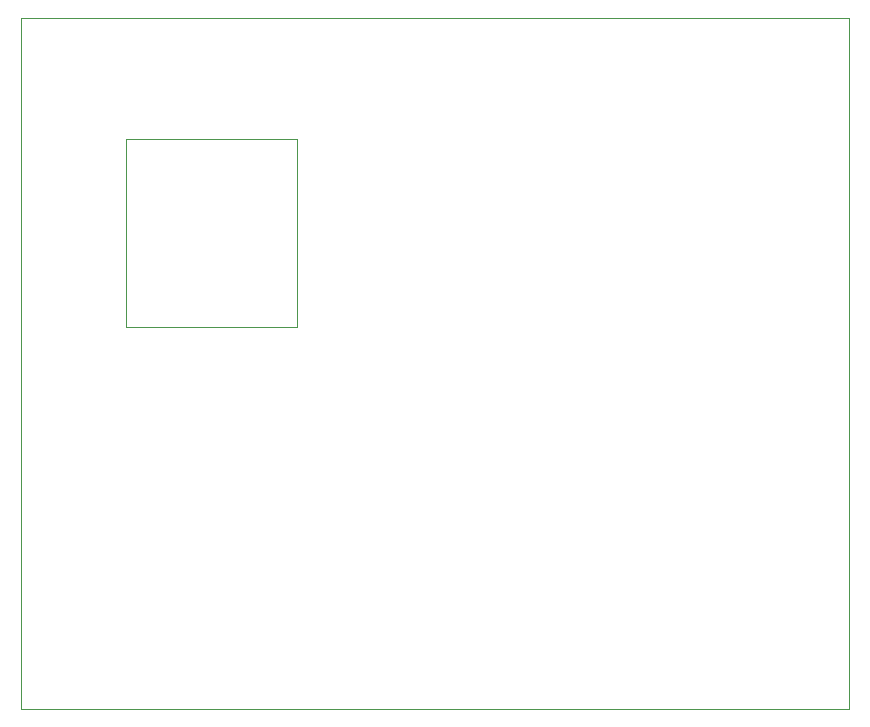
<source format=gbr>
%TF.GenerationSoftware,KiCad,Pcbnew,7.0.6*%
%TF.CreationDate,2024-03-24T21:23:19-04:00*%
%TF.ProjectId,Radio Module,52616469-6f20-44d6-9f64-756c652e6b69,rev?*%
%TF.SameCoordinates,Original*%
%TF.FileFunction,Profile,NP*%
%FSLAX46Y46*%
G04 Gerber Fmt 4.6, Leading zero omitted, Abs format (unit mm)*
G04 Created by KiCad (PCBNEW 7.0.6) date 2024-03-24 21:23:19*
%MOMM*%
%LPD*%
G01*
G04 APERTURE LIST*
%TA.AperFunction,Profile*%
%ADD10C,0.100000*%
%TD*%
G04 APERTURE END LIST*
D10*
X140716000Y-63373000D02*
X155194000Y-63373000D01*
X155194000Y-79248000D01*
X140716000Y-79248000D01*
X140716000Y-63373000D01*
X131826000Y-53086000D02*
X201930000Y-53086000D01*
X201930000Y-111633000D01*
X131826000Y-111633000D01*
X131826000Y-53086000D01*
M02*

</source>
